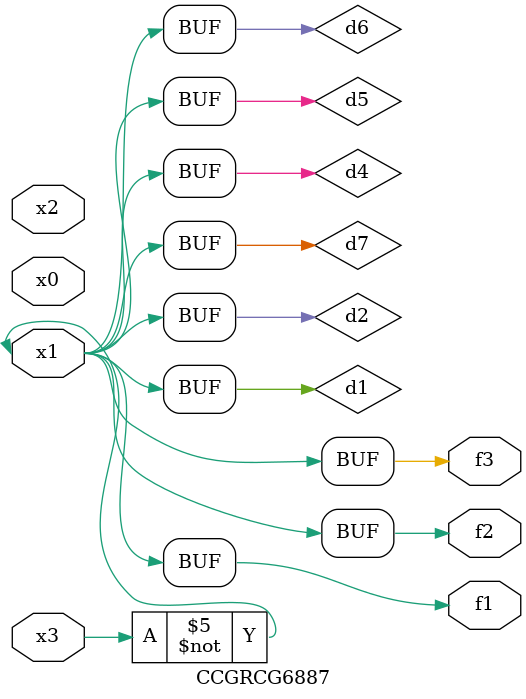
<source format=v>
module CCGRCG6887(
	input x0, x1, x2, x3,
	output f1, f2, f3
);

	wire d1, d2, d3, d4, d5, d6, d7;

	not (d1, x3);
	buf (d2, x1);
	xnor (d3, d1, d2);
	nor (d4, d1);
	buf (d5, d1, d2);
	buf (d6, d4, d5);
	nand (d7, d4);
	assign f1 = d6;
	assign f2 = d7;
	assign f3 = d6;
endmodule

</source>
